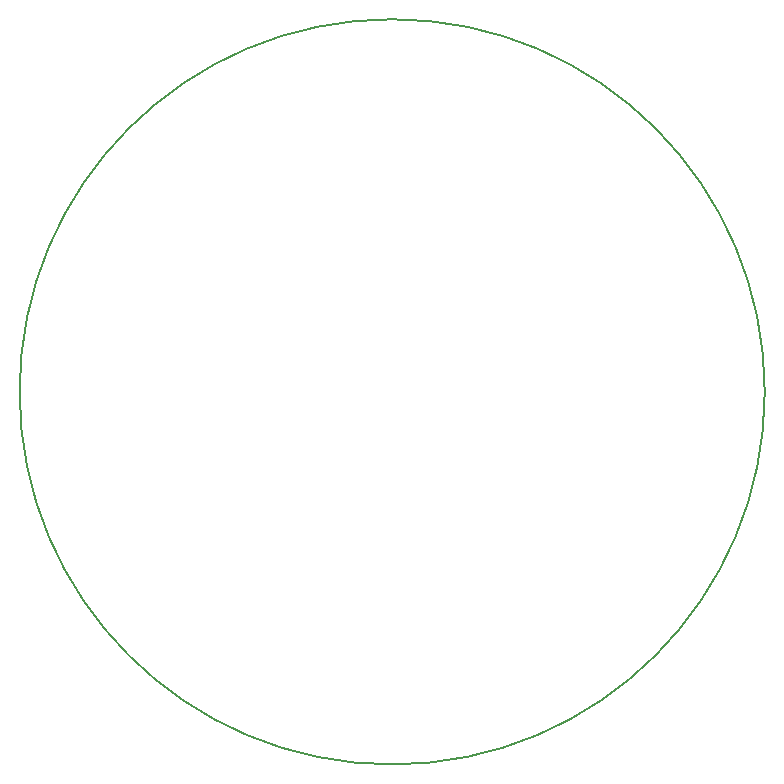
<source format=gbr>
G04 #@! TF.FileFunction,Profile,NP*
%FSLAX46Y46*%
G04 Gerber Fmt 4.6, Leading zero omitted, Abs format (unit mm)*
G04 Created by KiCad (PCBNEW 4.0.6) date Sunday, 10. December 2017 'u32' 21:32:09*
%MOMM*%
%LPD*%
G01*
G04 APERTURE LIST*
%ADD10C,1.000000*%
%ADD11C,0.150000*%
G04 APERTURE END LIST*
D10*
D11*
X237286146Y-85090000D02*
G75*
G03X237286146Y-85090000I-31546146J0D01*
G01*
M02*

</source>
